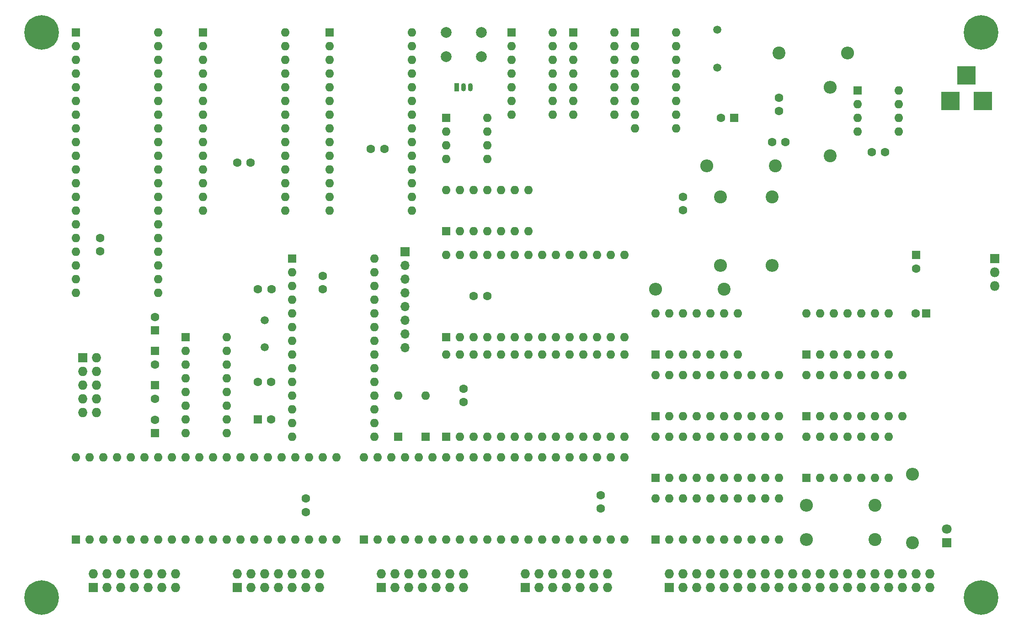
<source format=gbr>
G04 #@! TF.FileFunction,Soldermask,Bot*
%FSLAX46Y46*%
G04 Gerber Fmt 4.6, Leading zero omitted, Abs format (unit mm)*
G04 Created by KiCad (PCBNEW 4.0.6-e0-6349~53~ubuntu16.04.1) date Tue Jun 13 06:23:48 2017*
%MOMM*%
%LPD*%
G01*
G04 APERTURE LIST*
%ADD10C,0.100000*%
%ADD11R,1.600000X1.600000*%
%ADD12C,1.600000*%
%ADD13O,1.600000X1.600000*%
%ADD14R,1.800000X1.800000*%
%ADD15C,1.800000*%
%ADD16R,1.727200X1.727200*%
%ADD17O,1.727200X1.727200*%
%ADD18R,3.500000X3.500000*%
%ADD19C,1.500000*%
%ADD20C,6.400000*%
%ADD21O,0.900000X1.500000*%
%ADD22R,0.900000X1.500000*%
%ADD23C,2.400000*%
%ADD24O,2.400000X2.400000*%
%ADD25R,1.700000X1.700000*%
%ADD26O,1.700000X1.700000*%
%ADD27C,2.000000*%
%ADD28O,1.800000X1.800000*%
G04 APERTURE END LIST*
D10*
D11*
X50800000Y-117475000D03*
D12*
X50800000Y-114975000D03*
D11*
X50800000Y-98425000D03*
D12*
X50800000Y-95925000D03*
D11*
X50800000Y-108585000D03*
D12*
X50800000Y-111085000D03*
D11*
X69850000Y-114935000D03*
D12*
X72350000Y-114935000D03*
D11*
X50800000Y-102235000D03*
D12*
X50800000Y-104735000D03*
X69850000Y-107950000D03*
X72350000Y-107950000D03*
D11*
X191770000Y-84455000D03*
D12*
X191770000Y-86955000D03*
D11*
X193675000Y-95250000D03*
D12*
X191675000Y-95250000D03*
X40640000Y-81280000D03*
X40640000Y-83780000D03*
X66040000Y-67310000D03*
X68540000Y-67310000D03*
X90805000Y-64770000D03*
X93305000Y-64770000D03*
X81915000Y-90805000D03*
X81915000Y-88305000D03*
X78740000Y-132080000D03*
X78740000Y-129580000D03*
X107950000Y-109220000D03*
X107950000Y-111720000D03*
X133350000Y-131445000D03*
X133350000Y-128945000D03*
X165100000Y-63500000D03*
X167600000Y-63500000D03*
X72390000Y-90805000D03*
X69890000Y-90805000D03*
X186055000Y-65405000D03*
X183555000Y-65405000D03*
X148590000Y-73660000D03*
X148590000Y-76160000D03*
X166370000Y-57785000D03*
X166370000Y-55285000D03*
D11*
X158115000Y-59055000D03*
D12*
X155615000Y-59055000D03*
D11*
X95885000Y-118110000D03*
D13*
X95885000Y-110490000D03*
D11*
X100965000Y-118110000D03*
D13*
X100965000Y-110490000D03*
D14*
X197485000Y-137795000D03*
D15*
X197485000Y-135255000D03*
D16*
X37465000Y-103505000D03*
D17*
X40005000Y-103505000D03*
X37465000Y-106045000D03*
X40005000Y-106045000D03*
X37465000Y-108585000D03*
X40005000Y-108585000D03*
X37465000Y-111125000D03*
X40005000Y-111125000D03*
X37465000Y-113665000D03*
X40005000Y-113665000D03*
D16*
X39370000Y-146050000D03*
D17*
X39370000Y-143510000D03*
X41910000Y-146050000D03*
X41910000Y-143510000D03*
X44450000Y-146050000D03*
X44450000Y-143510000D03*
X46990000Y-146050000D03*
X46990000Y-143510000D03*
X49530000Y-146050000D03*
X49530000Y-143510000D03*
X52070000Y-146050000D03*
X52070000Y-143510000D03*
X54610000Y-146050000D03*
X54610000Y-143510000D03*
D16*
X66040000Y-146050000D03*
D17*
X66040000Y-143510000D03*
X68580000Y-146050000D03*
X68580000Y-143510000D03*
X71120000Y-146050000D03*
X71120000Y-143510000D03*
X73660000Y-146050000D03*
X73660000Y-143510000D03*
X76200000Y-146050000D03*
X76200000Y-143510000D03*
X78740000Y-146050000D03*
X78740000Y-143510000D03*
X81280000Y-146050000D03*
X81280000Y-143510000D03*
D18*
X198120000Y-55880000D03*
X204120000Y-55880000D03*
X201120000Y-51180000D03*
D16*
X92710000Y-146050000D03*
D17*
X92710000Y-143510000D03*
X95250000Y-146050000D03*
X95250000Y-143510000D03*
X97790000Y-146050000D03*
X97790000Y-143510000D03*
X100330000Y-146050000D03*
X100330000Y-143510000D03*
X102870000Y-146050000D03*
X102870000Y-143510000D03*
X105410000Y-146050000D03*
X105410000Y-143510000D03*
X107950000Y-146050000D03*
X107950000Y-143510000D03*
D16*
X119380000Y-146050000D03*
D17*
X119380000Y-143510000D03*
X121920000Y-146050000D03*
X121920000Y-143510000D03*
X124460000Y-146050000D03*
X124460000Y-143510000D03*
X127000000Y-146050000D03*
X127000000Y-143510000D03*
X129540000Y-146050000D03*
X129540000Y-143510000D03*
X132080000Y-146050000D03*
X132080000Y-143510000D03*
X134620000Y-146050000D03*
X134620000Y-143510000D03*
D19*
X154940000Y-42690000D03*
X154940000Y-49690000D03*
D20*
X29845000Y-147955000D03*
X29845000Y-43180000D03*
X203835000Y-43180000D03*
X203835000Y-147955000D03*
D16*
X146050000Y-146050000D03*
D17*
X146050000Y-143510000D03*
X148590000Y-146050000D03*
X148590000Y-143510000D03*
X151130000Y-146050000D03*
X151130000Y-143510000D03*
X153670000Y-146050000D03*
X153670000Y-143510000D03*
X156210000Y-146050000D03*
X156210000Y-143510000D03*
X158750000Y-146050000D03*
X158750000Y-143510000D03*
X161290000Y-146050000D03*
X161290000Y-143510000D03*
X163830000Y-146050000D03*
X163830000Y-143510000D03*
X166370000Y-146050000D03*
X166370000Y-143510000D03*
X168910000Y-146050000D03*
X168910000Y-143510000D03*
X171450000Y-146050000D03*
X171450000Y-143510000D03*
X173990000Y-146050000D03*
X173990000Y-143510000D03*
X176530000Y-146050000D03*
X176530000Y-143510000D03*
X179070000Y-146050000D03*
X179070000Y-143510000D03*
X181610000Y-146050000D03*
X181610000Y-143510000D03*
X184150000Y-146050000D03*
X184150000Y-143510000D03*
X186690000Y-146050000D03*
X186690000Y-143510000D03*
X189230000Y-146050000D03*
X189230000Y-143510000D03*
X191770000Y-146050000D03*
X191770000Y-143510000D03*
X194310000Y-146050000D03*
X194310000Y-143510000D03*
D21*
X107950000Y-53340000D03*
X109220000Y-53340000D03*
D22*
X106680000Y-53340000D03*
D23*
X175895000Y-66040000D03*
D24*
X175895000Y-53340000D03*
D23*
X155575000Y-73660000D03*
D24*
X155575000Y-86360000D03*
D23*
X165735000Y-67945000D03*
D24*
X153035000Y-67945000D03*
D23*
X165100000Y-73660000D03*
D24*
X165100000Y-86360000D03*
D23*
X166370000Y-46990000D03*
D24*
X179070000Y-46990000D03*
D23*
X191135000Y-137795000D03*
D24*
X191135000Y-125095000D03*
D23*
X184150000Y-137160000D03*
D24*
X171450000Y-137160000D03*
D23*
X184150000Y-130810000D03*
D24*
X171450000Y-130810000D03*
D23*
X156210000Y-90805000D03*
D24*
X143510000Y-90805000D03*
D25*
X97155000Y-83820000D03*
D26*
X97155000Y-86360000D03*
X97155000Y-88900000D03*
X97155000Y-91440000D03*
X97155000Y-93980000D03*
X97155000Y-96520000D03*
X97155000Y-99060000D03*
X97155000Y-101600000D03*
D27*
X104775000Y-47680000D03*
X104775000Y-43180000D03*
X111275000Y-47680000D03*
X111275000Y-43180000D03*
D11*
X36195000Y-43180000D03*
D13*
X51435000Y-91440000D03*
X36195000Y-45720000D03*
X51435000Y-88900000D03*
X36195000Y-48260000D03*
X51435000Y-86360000D03*
X36195000Y-50800000D03*
X51435000Y-83820000D03*
X36195000Y-53340000D03*
X51435000Y-81280000D03*
X36195000Y-55880000D03*
X51435000Y-78740000D03*
X36195000Y-58420000D03*
X51435000Y-76200000D03*
X36195000Y-60960000D03*
X51435000Y-73660000D03*
X36195000Y-63500000D03*
X51435000Y-71120000D03*
X36195000Y-66040000D03*
X51435000Y-68580000D03*
X36195000Y-68580000D03*
X51435000Y-66040000D03*
X36195000Y-71120000D03*
X51435000Y-63500000D03*
X36195000Y-73660000D03*
X51435000Y-60960000D03*
X36195000Y-76200000D03*
X51435000Y-58420000D03*
X36195000Y-78740000D03*
X51435000Y-55880000D03*
X36195000Y-81280000D03*
X51435000Y-53340000D03*
X36195000Y-83820000D03*
X51435000Y-50800000D03*
X36195000Y-86360000D03*
X51435000Y-48260000D03*
X36195000Y-88900000D03*
X51435000Y-45720000D03*
X36195000Y-91440000D03*
X51435000Y-43180000D03*
D11*
X59690000Y-43180000D03*
D13*
X74930000Y-76200000D03*
X59690000Y-45720000D03*
X74930000Y-73660000D03*
X59690000Y-48260000D03*
X74930000Y-71120000D03*
X59690000Y-50800000D03*
X74930000Y-68580000D03*
X59690000Y-53340000D03*
X74930000Y-66040000D03*
X59690000Y-55880000D03*
X74930000Y-63500000D03*
X59690000Y-58420000D03*
X74930000Y-60960000D03*
X59690000Y-60960000D03*
X74930000Y-58420000D03*
X59690000Y-63500000D03*
X74930000Y-55880000D03*
X59690000Y-66040000D03*
X74930000Y-53340000D03*
X59690000Y-68580000D03*
X74930000Y-50800000D03*
X59690000Y-71120000D03*
X74930000Y-48260000D03*
X59690000Y-73660000D03*
X74930000Y-45720000D03*
X59690000Y-76200000D03*
X74930000Y-43180000D03*
D11*
X83185000Y-43180000D03*
D13*
X98425000Y-76200000D03*
X83185000Y-45720000D03*
X98425000Y-73660000D03*
X83185000Y-48260000D03*
X98425000Y-71120000D03*
X83185000Y-50800000D03*
X98425000Y-68580000D03*
X83185000Y-53340000D03*
X98425000Y-66040000D03*
X83185000Y-55880000D03*
X98425000Y-63500000D03*
X83185000Y-58420000D03*
X98425000Y-60960000D03*
X83185000Y-60960000D03*
X98425000Y-58420000D03*
X83185000Y-63500000D03*
X98425000Y-55880000D03*
X83185000Y-66040000D03*
X98425000Y-53340000D03*
X83185000Y-68580000D03*
X98425000Y-50800000D03*
X83185000Y-71120000D03*
X98425000Y-48260000D03*
X83185000Y-73660000D03*
X98425000Y-45720000D03*
X83185000Y-76200000D03*
X98425000Y-43180000D03*
D11*
X56515000Y-99695000D03*
D13*
X64135000Y-117475000D03*
X56515000Y-102235000D03*
X64135000Y-114935000D03*
X56515000Y-104775000D03*
X64135000Y-112395000D03*
X56515000Y-107315000D03*
X64135000Y-109855000D03*
X56515000Y-109855000D03*
X64135000Y-107315000D03*
X56515000Y-112395000D03*
X64135000Y-104775000D03*
X56515000Y-114935000D03*
X64135000Y-102235000D03*
X56515000Y-117475000D03*
X64135000Y-99695000D03*
D11*
X76200000Y-85090000D03*
D13*
X91440000Y-118110000D03*
X76200000Y-87630000D03*
X91440000Y-115570000D03*
X76200000Y-90170000D03*
X91440000Y-113030000D03*
X76200000Y-92710000D03*
X91440000Y-110490000D03*
X76200000Y-95250000D03*
X91440000Y-107950000D03*
X76200000Y-97790000D03*
X91440000Y-105410000D03*
X76200000Y-100330000D03*
X91440000Y-102870000D03*
X76200000Y-102870000D03*
X91440000Y-100330000D03*
X76200000Y-105410000D03*
X91440000Y-97790000D03*
X76200000Y-107950000D03*
X91440000Y-95250000D03*
X76200000Y-110490000D03*
X91440000Y-92710000D03*
X76200000Y-113030000D03*
X91440000Y-90170000D03*
X76200000Y-115570000D03*
X91440000Y-87630000D03*
X76200000Y-118110000D03*
X91440000Y-85090000D03*
D11*
X36195000Y-137160000D03*
D13*
X84455000Y-121920000D03*
X38735000Y-137160000D03*
X81915000Y-121920000D03*
X41275000Y-137160000D03*
X79375000Y-121920000D03*
X43815000Y-137160000D03*
X76835000Y-121920000D03*
X46355000Y-137160000D03*
X74295000Y-121920000D03*
X48895000Y-137160000D03*
X71755000Y-121920000D03*
X51435000Y-137160000D03*
X69215000Y-121920000D03*
X53975000Y-137160000D03*
X66675000Y-121920000D03*
X56515000Y-137160000D03*
X64135000Y-121920000D03*
X59055000Y-137160000D03*
X61595000Y-121920000D03*
X61595000Y-137160000D03*
X59055000Y-121920000D03*
X64135000Y-137160000D03*
X56515000Y-121920000D03*
X66675000Y-137160000D03*
X53975000Y-121920000D03*
X69215000Y-137160000D03*
X51435000Y-121920000D03*
X71755000Y-137160000D03*
X48895000Y-121920000D03*
X74295000Y-137160000D03*
X46355000Y-121920000D03*
X76835000Y-137160000D03*
X43815000Y-121920000D03*
X79375000Y-137160000D03*
X41275000Y-121920000D03*
X81915000Y-137160000D03*
X38735000Y-121920000D03*
X84455000Y-137160000D03*
X36195000Y-121920000D03*
D11*
X104775000Y-118110000D03*
D13*
X137795000Y-102870000D03*
X107315000Y-118110000D03*
X135255000Y-102870000D03*
X109855000Y-118110000D03*
X132715000Y-102870000D03*
X112395000Y-118110000D03*
X130175000Y-102870000D03*
X114935000Y-118110000D03*
X127635000Y-102870000D03*
X117475000Y-118110000D03*
X125095000Y-102870000D03*
X120015000Y-118110000D03*
X122555000Y-102870000D03*
X122555000Y-118110000D03*
X120015000Y-102870000D03*
X125095000Y-118110000D03*
X117475000Y-102870000D03*
X127635000Y-118110000D03*
X114935000Y-102870000D03*
X130175000Y-118110000D03*
X112395000Y-102870000D03*
X132715000Y-118110000D03*
X109855000Y-102870000D03*
X135255000Y-118110000D03*
X107315000Y-102870000D03*
X137795000Y-118110000D03*
X104775000Y-102870000D03*
D11*
X128270000Y-43180000D03*
D13*
X135890000Y-58420000D03*
X128270000Y-45720000D03*
X135890000Y-55880000D03*
X128270000Y-48260000D03*
X135890000Y-53340000D03*
X128270000Y-50800000D03*
X135890000Y-50800000D03*
X128270000Y-53340000D03*
X135890000Y-48260000D03*
X128270000Y-55880000D03*
X135890000Y-45720000D03*
X128270000Y-58420000D03*
X135890000Y-43180000D03*
D11*
X116840000Y-43180000D03*
D13*
X124460000Y-58420000D03*
X116840000Y-45720000D03*
X124460000Y-55880000D03*
X116840000Y-48260000D03*
X124460000Y-53340000D03*
X116840000Y-50800000D03*
X124460000Y-50800000D03*
X116840000Y-53340000D03*
X124460000Y-48260000D03*
X116840000Y-55880000D03*
X124460000Y-45720000D03*
X116840000Y-58420000D03*
X124460000Y-43180000D03*
D11*
X139700000Y-43180000D03*
D13*
X147320000Y-60960000D03*
X139700000Y-45720000D03*
X147320000Y-58420000D03*
X139700000Y-48260000D03*
X147320000Y-55880000D03*
X139700000Y-50800000D03*
X147320000Y-53340000D03*
X139700000Y-53340000D03*
X147320000Y-50800000D03*
X139700000Y-55880000D03*
X147320000Y-48260000D03*
X139700000Y-58420000D03*
X147320000Y-45720000D03*
X139700000Y-60960000D03*
X147320000Y-43180000D03*
D14*
X206375000Y-85090000D03*
D28*
X206375000Y-87630000D03*
X206375000Y-90170000D03*
D11*
X89535000Y-137160000D03*
D13*
X137795000Y-121920000D03*
X92075000Y-137160000D03*
X135255000Y-121920000D03*
X94615000Y-137160000D03*
X132715000Y-121920000D03*
X97155000Y-137160000D03*
X130175000Y-121920000D03*
X99695000Y-137160000D03*
X127635000Y-121920000D03*
X102235000Y-137160000D03*
X125095000Y-121920000D03*
X104775000Y-137160000D03*
X122555000Y-121920000D03*
X107315000Y-137160000D03*
X120015000Y-121920000D03*
X109855000Y-137160000D03*
X117475000Y-121920000D03*
X112395000Y-137160000D03*
X114935000Y-121920000D03*
X114935000Y-137160000D03*
X112395000Y-121920000D03*
X117475000Y-137160000D03*
X109855000Y-121920000D03*
X120015000Y-137160000D03*
X107315000Y-121920000D03*
X122555000Y-137160000D03*
X104775000Y-121920000D03*
X125095000Y-137160000D03*
X102235000Y-121920000D03*
X127635000Y-137160000D03*
X99695000Y-121920000D03*
X130175000Y-137160000D03*
X97155000Y-121920000D03*
X132715000Y-137160000D03*
X94615000Y-121920000D03*
X135255000Y-137160000D03*
X92075000Y-121920000D03*
X137795000Y-137160000D03*
X89535000Y-121920000D03*
D11*
X104775000Y-99695000D03*
D13*
X137795000Y-84455000D03*
X107315000Y-99695000D03*
X135255000Y-84455000D03*
X109855000Y-99695000D03*
X132715000Y-84455000D03*
X112395000Y-99695000D03*
X130175000Y-84455000D03*
X114935000Y-99695000D03*
X127635000Y-84455000D03*
X117475000Y-99695000D03*
X125095000Y-84455000D03*
X120015000Y-99695000D03*
X122555000Y-84455000D03*
X122555000Y-99695000D03*
X120015000Y-84455000D03*
X125095000Y-99695000D03*
X117475000Y-84455000D03*
X127635000Y-99695000D03*
X114935000Y-84455000D03*
X130175000Y-99695000D03*
X112395000Y-84455000D03*
X132715000Y-99695000D03*
X109855000Y-84455000D03*
X135255000Y-99695000D03*
X107315000Y-84455000D03*
X137795000Y-99695000D03*
X104775000Y-84455000D03*
D11*
X104775000Y-80010000D03*
D13*
X120015000Y-72390000D03*
X107315000Y-80010000D03*
X117475000Y-72390000D03*
X109855000Y-80010000D03*
X114935000Y-72390000D03*
X112395000Y-80010000D03*
X112395000Y-72390000D03*
X114935000Y-80010000D03*
X109855000Y-72390000D03*
X117475000Y-80010000D03*
X107315000Y-72390000D03*
X120015000Y-80010000D03*
X104775000Y-72390000D03*
D11*
X171450000Y-102870000D03*
D13*
X186690000Y-95250000D03*
X173990000Y-102870000D03*
X184150000Y-95250000D03*
X176530000Y-102870000D03*
X181610000Y-95250000D03*
X179070000Y-102870000D03*
X179070000Y-95250000D03*
X181610000Y-102870000D03*
X176530000Y-95250000D03*
X184150000Y-102870000D03*
X173990000Y-95250000D03*
X186690000Y-102870000D03*
X171450000Y-95250000D03*
D11*
X171450000Y-114300000D03*
D13*
X189230000Y-106680000D03*
X173990000Y-114300000D03*
X186690000Y-106680000D03*
X176530000Y-114300000D03*
X184150000Y-106680000D03*
X179070000Y-114300000D03*
X181610000Y-106680000D03*
X181610000Y-114300000D03*
X179070000Y-106680000D03*
X184150000Y-114300000D03*
X176530000Y-106680000D03*
X186690000Y-114300000D03*
X173990000Y-106680000D03*
X189230000Y-114300000D03*
X171450000Y-106680000D03*
D11*
X143510000Y-102870000D03*
D13*
X158750000Y-95250000D03*
X146050000Y-102870000D03*
X156210000Y-95250000D03*
X148590000Y-102870000D03*
X153670000Y-95250000D03*
X151130000Y-102870000D03*
X151130000Y-95250000D03*
X153670000Y-102870000D03*
X148590000Y-95250000D03*
X156210000Y-102870000D03*
X146050000Y-95250000D03*
X158750000Y-102870000D03*
X143510000Y-95250000D03*
D11*
X171450000Y-125730000D03*
D13*
X186690000Y-118110000D03*
X173990000Y-125730000D03*
X184150000Y-118110000D03*
X176530000Y-125730000D03*
X181610000Y-118110000D03*
X179070000Y-125730000D03*
X179070000Y-118110000D03*
X181610000Y-125730000D03*
X176530000Y-118110000D03*
X184150000Y-125730000D03*
X173990000Y-118110000D03*
X186690000Y-125730000D03*
X171450000Y-118110000D03*
D11*
X143510000Y-137160000D03*
D13*
X166370000Y-129540000D03*
X146050000Y-137160000D03*
X163830000Y-129540000D03*
X148590000Y-137160000D03*
X161290000Y-129540000D03*
X151130000Y-137160000D03*
X158750000Y-129540000D03*
X153670000Y-137160000D03*
X156210000Y-129540000D03*
X156210000Y-137160000D03*
X153670000Y-129540000D03*
X158750000Y-137160000D03*
X151130000Y-129540000D03*
X161290000Y-137160000D03*
X148590000Y-129540000D03*
X163830000Y-137160000D03*
X146050000Y-129540000D03*
X166370000Y-137160000D03*
X143510000Y-129540000D03*
D11*
X143510000Y-125730000D03*
D13*
X166370000Y-118110000D03*
X146050000Y-125730000D03*
X163830000Y-118110000D03*
X148590000Y-125730000D03*
X161290000Y-118110000D03*
X151130000Y-125730000D03*
X158750000Y-118110000D03*
X153670000Y-125730000D03*
X156210000Y-118110000D03*
X156210000Y-125730000D03*
X153670000Y-118110000D03*
X158750000Y-125730000D03*
X151130000Y-118110000D03*
X161290000Y-125730000D03*
X148590000Y-118110000D03*
X163830000Y-125730000D03*
X146050000Y-118110000D03*
X166370000Y-125730000D03*
X143510000Y-118110000D03*
D11*
X143510000Y-114300000D03*
D13*
X166370000Y-106680000D03*
X146050000Y-114300000D03*
X163830000Y-106680000D03*
X148590000Y-114300000D03*
X161290000Y-106680000D03*
X151130000Y-114300000D03*
X158750000Y-106680000D03*
X153670000Y-114300000D03*
X156210000Y-106680000D03*
X156210000Y-114300000D03*
X153670000Y-106680000D03*
X158750000Y-114300000D03*
X151130000Y-106680000D03*
X161290000Y-114300000D03*
X148590000Y-106680000D03*
X163830000Y-114300000D03*
X146050000Y-106680000D03*
X166370000Y-114300000D03*
X143510000Y-106680000D03*
D11*
X104775000Y-59055000D03*
D13*
X112395000Y-66675000D03*
X104775000Y-61595000D03*
X112395000Y-64135000D03*
X104775000Y-64135000D03*
X112395000Y-61595000D03*
X104775000Y-66675000D03*
X112395000Y-59055000D03*
D19*
X71120000Y-96520000D03*
X71120000Y-101520000D03*
D12*
X109855000Y-92075000D03*
X112355000Y-92075000D03*
D11*
X180975000Y-53975000D03*
D13*
X188595000Y-61595000D03*
X180975000Y-56515000D03*
X188595000Y-59055000D03*
X180975000Y-59055000D03*
X188595000Y-56515000D03*
X180975000Y-61595000D03*
X188595000Y-53975000D03*
M02*

</source>
